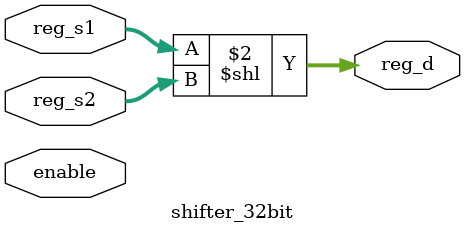
<source format=v>
module shifter_32bit (
	input [31:0] reg_s1, reg_s2,
	input wire enable,
	output [31:0] reg_d
);

always@(reg_s1 or reg_s2)
	begin
		reg_d <= reg_s1<<reg_s2;
	end
endmodule

</source>
